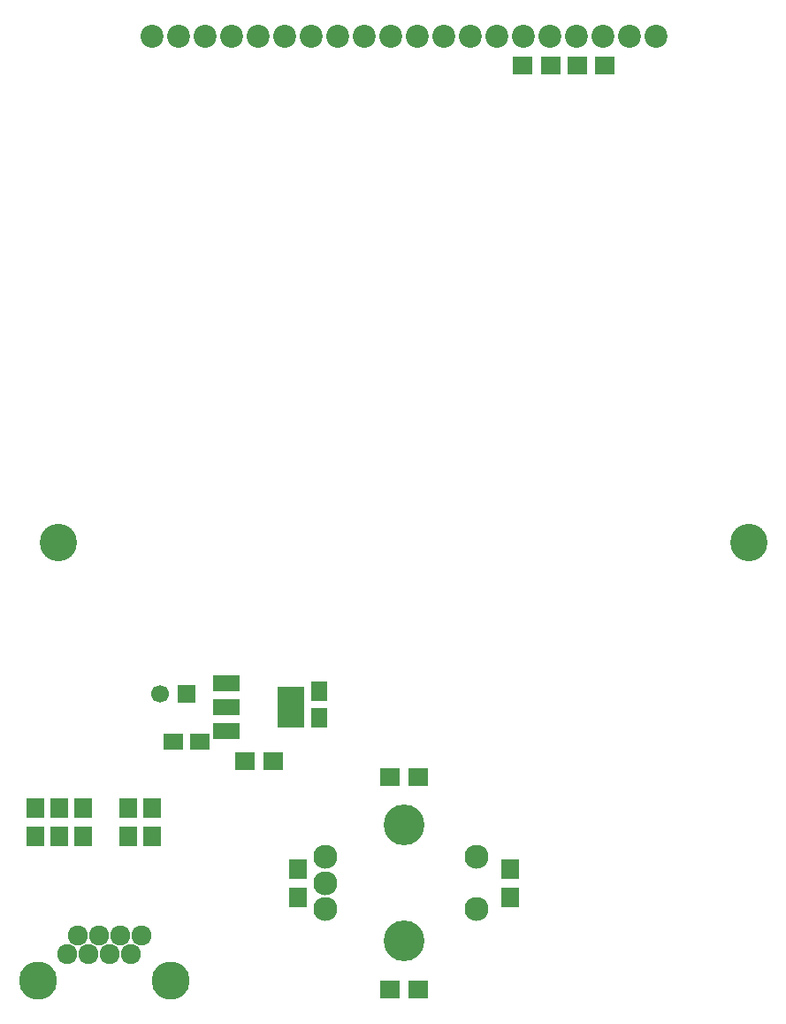
<source format=gbr>
G04 #@! TF.FileFunction,Soldermask,Top*
%FSLAX46Y46*%
G04 Gerber Fmt 4.6, Leading zero omitted, Abs format (unit mm)*
G04 Created by KiCad (PCBNEW 4.0.2+dfsg1-stable) date Thu 23 Aug 2018 11:31:02 AM EDT*
%MOMM*%
G01*
G04 APERTURE LIST*
%ADD10C,0.100000*%
%ADD11C,3.575000*%
%ADD12R,1.700000X1.900000*%
%ADD13R,1.900000X1.700000*%
%ADD14R,1.900000X1.650000*%
%ADD15C,1.700000*%
%ADD16R,1.700000X1.700000*%
%ADD17R,1.650000X1.900000*%
%ADD18R,2.600000X1.600000*%
%ADD19R,2.600000X3.900000*%
%ADD20C,2.200000*%
%ADD21C,2.300000*%
%ADD22C,3.900000*%
%ADD23C,3.651200*%
%ADD24C,1.924000*%
G04 APERTURE END LIST*
D10*
D11*
X65000000Y-102000000D03*
X131054000Y-102000000D03*
D12*
X67310000Y-130128000D03*
X67310000Y-127428000D03*
D13*
X117326400Y-56388000D03*
X114626400Y-56388000D03*
X112094000Y-56388000D03*
X109394000Y-56388000D03*
D14*
X78484929Y-121110373D03*
X75984929Y-121110373D03*
D15*
X74734929Y-116538373D03*
D16*
X77234929Y-116538373D03*
D17*
X89934929Y-118804373D03*
X89934929Y-116304373D03*
D12*
X62738000Y-130128000D03*
X62738000Y-127428000D03*
X65024000Y-130128000D03*
X65024000Y-127428000D03*
X73914000Y-130128000D03*
X73914000Y-127428000D03*
X71628000Y-127428000D03*
X71628000Y-130128000D03*
D18*
X81044929Y-120108373D03*
X81044929Y-117808373D03*
X81044929Y-115508373D03*
D19*
X87244929Y-117808373D03*
D20*
X122174000Y-53594000D03*
X119634000Y-53594000D03*
X117094000Y-53594000D03*
X114554000Y-53594000D03*
X112014000Y-53594000D03*
X109474000Y-53594000D03*
X106934000Y-53594000D03*
X104394000Y-53594000D03*
X101854000Y-53594000D03*
X99314000Y-53594000D03*
X96774000Y-53594000D03*
X94234000Y-53594000D03*
X91694000Y-53594000D03*
X89154000Y-53594000D03*
X86614000Y-53594000D03*
X84074000Y-53594000D03*
X81534000Y-53594000D03*
X78994000Y-53594000D03*
X76454000Y-53594000D03*
X73914000Y-53594000D03*
D12*
X87884000Y-135970000D03*
X87884000Y-133270000D03*
D13*
X99394000Y-144780000D03*
X96694000Y-144780000D03*
D12*
X108204000Y-133270000D03*
X108204000Y-135970000D03*
D13*
X96694000Y-124460000D03*
X99394000Y-124460000D03*
D21*
X105044000Y-132120000D03*
X105044000Y-137120000D03*
X90544000Y-132120000D03*
X90544000Y-134620000D03*
X90544000Y-137120000D03*
D22*
X98044000Y-140170000D03*
X98044000Y-129070000D03*
D13*
X85499993Y-122982401D03*
X82799993Y-122982401D03*
D23*
X75692000Y-143941800D03*
X62992000Y-143941800D03*
D24*
X71882000Y-141401800D03*
X69850000Y-141401800D03*
X67818000Y-141401800D03*
X65786000Y-141401800D03*
X72898000Y-139623800D03*
X70866000Y-139623800D03*
X68834000Y-139623800D03*
X66802000Y-139623800D03*
M02*

</source>
